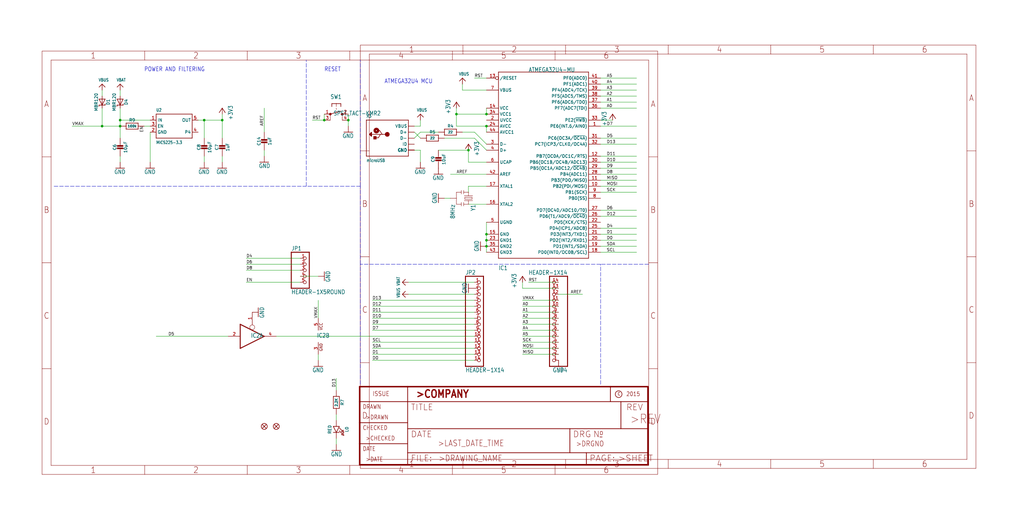
<source format=kicad_sch>
(kicad_sch (version 20211123) (generator eeschema)
  (paper "User" 433.07 220.421)
  (lib_symbols
    (symbol "eagleSchem-eagle-import:+3V3" (power)
      (property "Value" "+3V3" (at -2.54 -5.08 90))
      (symbol "+3V3_1_0"
        (pin power_in line (at 0 -2.54 90) (length 2.54) (name "+3V3") (number "1"))
      )
    )
    (symbol "eagleSchem-eagle-import:741G125DBV"
      (property "Reference" "IC" (at -0.635 -0.635 0))
      (symbol "741G125DBV_1_0"
        (pin input line (at 0 10.16 270) (length 5.08) (name "OE") (number "1"))
        (pin input line (at -10.16 0 0) (length 5.08) (name "I") (number "2"))
        (pin tri_state line (at 10.16 0 180) (length 5.08) (name "O") (number "4"))
      )
      (symbol "741G125DBV_2_0"
        (text "GND" (at 1.905 -6.35 900) (effects (font (size 1.27 1.0795)) (justify left bottom)))
        (text "VCC" (at 1.905 2.54 900) (effects (font (size 1.27 1.0795)) (justify left bottom)))
        (pin power_in line (at 0 -7.62 90) (length 5.08) (name "GND") (number "3"))
        (pin power_in line (at 0 7.62 270) (length 5.08) (name "VCC") (number "5"))
      )
    )
    (symbol "eagleSchem-eagle-import:ATMEGA32U4-MU"
      (property "Reference" "IC" (at -17.78 -38.1 0))
      (property "Value" "ATMEGA32U4-MU" (at -5.08 45.72 0))
      (symbol "ATMEGA32U4-MU_1_0"
        (pin bidirectional line (at 25.4 22.86 180) (length 5.08) (name "PE6(INT.6/AIN0)") (number "1"))
        (pin bidirectional line (at 25.4 -2.54 180) (length 5.08) (name "PB2(PDI/MOSI)") (number "10"))
        (pin bidirectional line (at 25.4 0 180) (length 5.08) (name "PB3(PDO/MISO)") (number "11"))
        (pin bidirectional line (at 25.4 10.16 180) (length 5.08) (name "PB7(OC0A/OC1C/RTS)") (number "12"))
        (pin bidirectional inverted (at -22.86 43.18 0) (length 5.08) (name "/RESET") (number "13"))
        (pin bidirectional line (at -22.86 30.48 0) (length 5.08) (name "VCC") (number "14"))
        (pin bidirectional line (at -22.86 -22.86 0) (length 5.08) (name "GND") (number "15"))
        (pin bidirectional line (at -22.86 -10.16 0) (length 5.08) (name "XTAL2") (number "16"))
        (pin bidirectional line (at -22.86 -2.54 0) (length 5.08) (name "XTAL1") (number "17"))
        (pin bidirectional line (at 25.4 -30.48 180) (length 5.08) (name "PD0(INT0/OC0B/SCL)") (number "18"))
        (pin bidirectional line (at 25.4 -27.94 180) (length 5.08) (name "PD1(INT1/SDA)") (number "19"))
        (pin bidirectional line (at -22.86 25.4 0) (length 5.08) (name "UVCC") (number "2"))
        (pin bidirectional line (at 25.4 -25.4 180) (length 5.08) (name "PD2(INT2/RXD1)") (number "20"))
        (pin bidirectional line (at 25.4 -22.86 180) (length 5.08) (name "PD3(INT3/TXD1)") (number "21"))
        (pin bidirectional line (at 25.4 -17.78 180) (length 5.08) (name "PD5(XCK/CTS)") (number "22"))
        (pin bidirectional line (at -22.86 -25.4 0) (length 5.08) (name "GND1") (number "23"))
        (pin bidirectional line (at -22.86 22.86 0) (length 5.08) (name "AVCC") (number "24"))
        (pin bidirectional line (at 25.4 -20.32 180) (length 5.08) (name "PD4(ICP1/ADC8)") (number "25"))
        (pin bidirectional line (at 25.4 -15.24 180) (length 5.08) (name "PD6(T1/ADC9/~{OC4D})") (number "26"))
        (pin bidirectional line (at 25.4 -12.7 180) (length 5.08) (name "PD7(OC4D/ADC10/T0)") (number "27"))
        (pin bidirectional line (at 25.4 2.54 180) (length 5.08) (name "PB4(ADC11)") (number "28"))
        (pin bidirectional line (at 25.4 5.08 180) (length 5.08) (name "PB5(OC1A/ADC12/~{OC4B})") (number "29"))
        (pin bidirectional line (at -22.86 15.24 0) (length 5.08) (name "D-") (number "3"))
        (pin bidirectional line (at 25.4 7.62 180) (length 5.08) (name "PB6(OC1B/OC4B/ADC13)") (number "30"))
        (pin bidirectional line (at 25.4 17.78 180) (length 5.08) (name "PC6(OC3A/~{OC4A})") (number "31"))
        (pin bidirectional line (at 25.4 15.24 180) (length 5.08) (name "PC7(ICP3/CLK0/OC4A)") (number "32"))
        (pin bidirectional line (at 25.4 25.4 180) (length 5.08) (name "PE2(~{HWB})") (number "33"))
        (pin bidirectional line (at -22.86 27.94 0) (length 5.08) (name "VCC1") (number "34"))
        (pin bidirectional line (at -22.86 -27.94 0) (length 5.08) (name "GND2") (number "35"))
        (pin bidirectional line (at 25.4 30.48 180) (length 5.08) (name "PF7(ADC7(TDI)") (number "36"))
        (pin bidirectional line (at 25.4 33.02 180) (length 5.08) (name "PF6(ADC6/TDO)") (number "37"))
        (pin bidirectional line (at 25.4 35.56 180) (length 5.08) (name "PF5(ADC5/TMS)") (number "38"))
        (pin bidirectional line (at 25.4 38.1 180) (length 5.08) (name "PF4(ADC4/TCK)") (number "39"))
        (pin bidirectional line (at -22.86 12.7 0) (length 5.08) (name "D+") (number "4"))
        (pin bidirectional line (at 25.4 40.64 180) (length 5.08) (name "PF1(ADC1)") (number "40"))
        (pin bidirectional line (at 25.4 43.18 180) (length 5.08) (name "PF0(ADC0)") (number "41"))
        (pin bidirectional line (at -22.86 2.54 0) (length 5.08) (name "AREF") (number "42"))
        (pin bidirectional line (at -22.86 -30.48 0) (length 5.08) (name "GND3") (number "43"))
        (pin bidirectional line (at -22.86 20.32 0) (length 5.08) (name "AVCC1") (number "44"))
        (pin bidirectional line (at -22.86 -17.78 0) (length 5.08) (name "UGND") (number "5"))
        (pin bidirectional line (at -22.86 7.62 0) (length 5.08) (name "UCAP") (number "6"))
        (pin bidirectional line (at -22.86 38.1 0) (length 5.08) (name "VBUS") (number "7"))
        (pin bidirectional line (at 25.4 -7.62 180) (length 5.08) (name "PB0(SS)") (number "8"))
        (pin bidirectional line (at 25.4 -5.08 180) (length 5.08) (name "PB1(SCK)") (number "9"))
      )
    )
    (symbol "eagleSchem-eagle-import:CAP_CERAMIC0603_NO"
      (property "Reference" "C" (at -2.29 1.25 90))
      (property "Value" "CAP_CERAMIC0603_NO" (at 2.3 1.25 90))
      (symbol "CAP_CERAMIC0603_NO_1_0"
        (pin passive line (at 0 5.08 270) (length 2.54) (name "1") (number "1"))
        (pin passive line (at 0 -2.54 90) (length 2.54) (name "2") (number "2"))
      )
    )
    (symbol "eagleSchem-eagle-import:CAP_CERAMIC0805-NOOUTLINE"
      (property "Reference" "C" (at -2.29 1.25 90))
      (property "Value" "CAP_CERAMIC0805-NOOUTLINE" (at 2.3 1.25 90))
      (symbol "CAP_CERAMIC0805-NOOUTLINE_1_0"
        (pin passive line (at 0 5.08 270) (length 2.54) (name "1") (number "1"))
        (pin passive line (at 0 -2.54 90) (length 2.54) (name "2") (number "2"))
      )
    )
    (symbol "eagleSchem-eagle-import:DIODE-SCHOTTKYSOD-123"
      (property "Reference" "D" (at 0 2.54 0))
      (property "Value" "DIODE-SCHOTTKYSOD-123" (at 0 -2.5 0))
      (symbol "DIODE-SCHOTTKYSOD-123_1_0"
        (pin passive line (at -2.54 0 0) (length 2.54) (name "A") (number "A"))
        (pin passive line (at 2.54 0 180) (length 2.54) (name "C") (number "C"))
      )
    )
    (symbol "eagleSchem-eagle-import:FIDUCIAL{dblquote}{dblquote}")
    (symbol "eagleSchem-eagle-import:FRAME_A4"
      (symbol "FRAME_A4_0_0"
        (text "1" (at 21.6958 1.905 0) (effects (font (size 2.54 2.286))))
        (text "1" (at 21.6958 177.165 0) (effects (font (size 2.54 2.286))))
        (text "2" (at 65.0875 1.905 0) (effects (font (size 2.54 2.286))))
        (text "2" (at 65.0875 177.165 0) (effects (font (size 2.54 2.286))))
        (text "3" (at 108.4792 1.905 0) (effects (font (size 2.54 2.286))))
        (text "3" (at 108.4792 177.165 0) (effects (font (size 2.54 2.286))))
        (text "4" (at 151.8708 1.905 0) (effects (font (size 2.54 2.286))))
        (text "4" (at 151.8708 177.165 0) (effects (font (size 2.54 2.286))))
        (text "5" (at 195.2625 1.905 0) (effects (font (size 2.54 2.286))))
        (text "5" (at 195.2625 177.165 0) (effects (font (size 2.54 2.286))))
        (text "6" (at 238.6542 1.905 0) (effects (font (size 2.54 2.286))))
        (text "6" (at 238.6542 177.165 0) (effects (font (size 2.54 2.286))))
        (text "A" (at 1.905 156.6863 0) (effects (font (size 2.54 2.286))))
        (text "A" (at 258.445 156.6863 0) (effects (font (size 2.54 2.286))))
        (text "B" (at 1.905 111.9188 0) (effects (font (size 2.54 2.286))))
        (text "B" (at 258.445 111.9188 0) (effects (font (size 2.54 2.286))))
        (text "C" (at 1.905 67.1513 0) (effects (font (size 2.54 2.286))))
        (text "C" (at 258.445 67.1513 0) (effects (font (size 2.54 2.286))))
        (text "D" (at 1.905 22.3838 0) (effects (font (size 2.54 2.286))))
        (text "D" (at 258.445 22.3838 0) (effects (font (size 2.54 2.286))))
      )
      (symbol "FRAME_A4_2_0"
        (text "2015" (at 112.4077 30.4673 0) (effects (font (size 1.778 1.5113)) (justify left bottom)))
        (text ">CHECKED" (at 2.2352 11.7348 0) (effects (font (size 1.778 1.5113)) (justify left bottom)))
        (text ">COMPANY" (at 23.349 29.6735 0) (effects (font (size 3.175 2.6987) (thickness 0.5397) bold) (justify left bottom)))
        (text ">DATE" (at 2.2352 2.8448 0) (effects (font (size 1.778 1.5113)) (justify left bottom)))
        (text ">DRAWING_NAME" (at 33.0327 2.8448 0) (effects (font (size 2.54 2.159)) (justify left bottom)))
        (text ">DRAWN" (at 2.2352 20.6248 0) (effects (font (size 1.778 1.5113)) (justify left bottom)))
        (text ">DRGNO" (at 91.1352 9.1948 0) (effects (font (size 2.1844 1.8567)) (justify left bottom)))
        (text ">LAST_DATE_TIME" (at 32.7152 9.1948 0) (effects (font (size 2.54 2.159)) (justify left bottom)))
        (text ">REV" (at 113.9952 18.7198 0) (effects (font (size 3.81 3.2385)) (justify left bottom)))
        (text ">SHEET" (at 108.9152 2.8448 0) (effects (font (size 2.54 2.54)) (justify left bottom)))
        (text "C" (at 108.7564 30.7848 0) (effects (font (size 1.27 1.0795)) (justify left bottom)))
        (text "CHECKED" (at 0.9652 16.1798 0) (effects (font (size 1.778 1.5113)) (justify left bottom)))
        (text "DATE" (at 0.9652 7.2898 0) (effects (font (size 1.778 1.5113)) (justify left bottom)))
        (text "DATE" (at 21.2852 13.0048 0) (effects (font (size 2.54 2.54)) (justify left bottom)))
        (text "DRAWN" (at 0.9652 25.0698 0) (effects (font (size 1.778 1.5113)) (justify left bottom)))
        (text "DRG" (at 89.8652 13.0048 0) (effects (font (size 2.54 2.54)) (justify left bottom)))
        (text "FILE:" (at 21.2852 2.8448 0) (effects (font (size 2.54 2.54)) (justify left bottom)))
        (text "ISSUE" (at 5.0927 30.4673 0) (effects (font (size 1.9304 1.6408)) (justify left bottom)))
        (text "N" (at 98.4377 13.0048 0) (effects (font (size 2.54 2.54)) (justify left bottom)))
        (text "o" (at 100.9777 13.9573 0) (effects (font (size 2.1844 1.8567)) (justify left bottom)))
        (text "PAGE:" (at 96.8502 2.8448 0) (effects (font (size 2.54 2.54)) (justify left bottom)))
        (text "REV" (at 112.4077 24.4348 0) (effects (font (size 2.54 2.54)) (justify left bottom)))
        (text "TITLE" (at 21.2852 24.4348 0) (effects (font (size 2.54 2.54)) (justify left bottom)))
      )
    )
    (symbol "eagleSchem-eagle-import:GND" (power)
      (property "Value" "GND" (at -2.54 -2.54 0))
      (symbol "GND_1_0"
        (pin power_in line (at 0 2.54 270) (length 2.54) (name "GND") (number "1"))
      )
    )
    (symbol "eagleSchem-eagle-import:HEADER-1X14"
      (property "Reference" "JP" (at -6.35 20.955 0))
      (property "Value" "HEADER-1X14" (at -6.35 -20.32 0))
      (symbol "HEADER-1X14_1_0"
        (pin passive inverted (at -2.54 17.78 0) (length 2.54) (name "1") (number "1"))
        (pin passive inverted (at -2.54 -5.08 0) (length 2.54) (name "10") (number "10"))
        (pin passive inverted (at -2.54 -7.62 0) (length 2.54) (name "11") (number "11"))
        (pin passive inverted (at -2.54 -10.16 0) (length 2.54) (name "12") (number "12"))
        (pin passive inverted (at -2.54 -12.7 0) (length 2.54) (name "13") (number "13"))
        (pin passive inverted (at -2.54 -15.24 0) (length 2.54) (name "14") (number "14"))
        (pin passive inverted (at -2.54 15.24 0) (length 2.54) (name "2") (number "2"))
        (pin passive inverted (at -2.54 12.7 0) (length 2.54) (name "3") (number "3"))
        (pin passive inverted (at -2.54 10.16 0) (length 2.54) (name "4") (number "4"))
        (pin passive inverted (at -2.54 7.62 0) (length 2.54) (name "5") (number "5"))
        (pin passive inverted (at -2.54 5.08 0) (length 2.54) (name "6") (number "6"))
        (pin passive inverted (at -2.54 2.54 0) (length 2.54) (name "7") (number "7"))
        (pin passive inverted (at -2.54 0 0) (length 2.54) (name "8") (number "8"))
        (pin passive inverted (at -2.54 -2.54 0) (length 2.54) (name "9") (number "9"))
      )
    )
    (symbol "eagleSchem-eagle-import:HEADER-1X5ROUND"
      (property "Reference" "JP" (at -6.35 8.255 0))
      (property "Value" "HEADER-1X5ROUND" (at -6.35 -10.16 0))
      (symbol "HEADER-1X5ROUND_1_0"
        (pin passive inverted (at -2.54 5.08 0) (length 2.54) (name "1") (number "1"))
        (pin passive inverted (at -2.54 2.54 0) (length 2.54) (name "2") (number "2"))
        (pin passive inverted (at -2.54 0 0) (length 2.54) (name "3") (number "3"))
        (pin passive inverted (at -2.54 -2.54 0) (length 2.54) (name "4") (number "4"))
        (pin passive inverted (at -2.54 -5.08 0) (length 2.54) (name "5") (number "5"))
      )
    )
    (symbol "eagleSchem-eagle-import:LED0805_NOOUTLINE"
      (property "Reference" "D" (at -1.27 4.445 0))
      (property "Value" "LED0805_NOOUTLINE" (at -1.27 -2.794 0))
      (symbol "LED0805_NOOUTLINE_1_0"
        (pin passive line (at -5.08 0 0) (length 2.54) (name "A") (number "A"))
        (pin passive line (at 2.54 0 180) (length 2.54) (name "C") (number "C"))
      )
    )
    (symbol "eagleSchem-eagle-import:RESISTOR_0603_NOOUT"
      (property "Reference" "R" (at 0 2.54 0))
      (property "Value" "RESISTOR_0603_NOOUT" (at 0 0 0))
      (symbol "RESISTOR_0603_NOOUT_1_0"
        (pin passive line (at -5.08 0 0) (length 2.54) (name "1") (number "1"))
        (pin passive line (at 5.08 0 180) (length 2.54) (name "2") (number "2"))
      )
    )
    (symbol "eagleSchem-eagle-import:RESONATORSMD"
      (property "Reference" "Y" (at 2.54 1.016 0))
      (property "Value" "RESONATORSMD" (at 2.54 -7.62 0))
      (symbol "RESONATORSMD_1_0"
        (pin passive line (at -2.54 0 0) (length 0) (name "1") (number "1"))
        (pin passive line (at 0 -7.62 90) (length 0) (name "2") (number "2"))
        (pin passive line (at 2.54 0 180) (length 0) (name "3") (number "3"))
      )
    )
    (symbol "eagleSchem-eagle-import:SPST_TACT-KMR2"
      (property "Reference" "SW" (at -6.35 -2.54 90))
      (property "Value" "SPST_TACT-KMR2" (at -3.81 3.175 90))
      (symbol "SPST_TACT-KMR2_1_0"
        (pin passive line (at 0 -5.08 90) (length 2.54) (name "P") (number "1"))
        (pin passive line (at 0 5.08 270) (length 2.54) (name "S") (number "2"))
        (pin passive line (at 2.54 -5.08 90) (length 2.54) (name "P1") (number "3"))
        (pin passive line (at 2.54 5.08 270) (length 2.54) (name "S1") (number "4"))
      )
    )
    (symbol "eagleSchem-eagle-import:USB_MICRO_20329_V2"
      (property "Reference" "X" (at -10.16 8.636 0))
      (property "Value" "USB_MICRO_20329_V2" (at -10.16 -10.16 0))
      (symbol "USB_MICRO_20329_V2_1_0"
        (pin power_in line (at 10.16 -5.08 180) (length 2.54) (name "GND") (number "BASE@1"))
        (pin power_in line (at 10.16 -5.08 180) (length 2.54) (name "GND") (number "BASE@2"))
        (pin bidirectional line (at 10.16 2.54 180) (length 2.54) (name "D+") (number "D+"))
        (pin bidirectional line (at 10.16 0 180) (length 2.54) (name "D-") (number "D-"))
        (pin power_in line (at 10.16 -5.08 180) (length 2.54) (name "GND") (number "GND"))
        (pin bidirectional line (at 10.16 -2.54 180) (length 2.54) (name "ID") (number "ID"))
        (pin power_in line (at 10.16 -5.08 180) (length 2.54) (name "GND") (number "SPRT@1"))
        (pin power_in line (at 10.16 -5.08 180) (length 2.54) (name "GND") (number "SPRT@2"))
        (pin power_in line (at 10.16 -5.08 180) (length 2.54) (name "GND") (number "SPRT@3"))
        (pin power_in line (at 10.16 -5.08 180) (length 2.54) (name "GND") (number "SPRT@4"))
        (pin power_in line (at 10.16 5.08 180) (length 2.54) (name "VBUS") (number "VBUS"))
      )
    )
    (symbol "eagleSchem-eagle-import:VBAT" (power)
      (property "Value" "VBAT" (at -1.524 1.016 0))
      (symbol "VBAT_1_0"
        (pin power_in line (at 0 -2.54 90) (length 2.54) (name "VBAT") (number "1"))
      )
    )
    (symbol "eagleSchem-eagle-import:VBUS" (power)
      (property "Value" "VBUS" (at -1.524 1.016 0))
      (symbol "VBUS_1_0"
        (pin power_in line (at 0 -2.54 90) (length 2.54) (name "VBUS") (number "1"))
      )
    )
    (symbol "eagleSchem-eagle-import:VREG_SOT23-5"
      (property "Reference" "U" (at -7.62 6.096 0))
      (property "Value" "VREG_SOT23-5" (at -7.62 -7.62 0))
      (symbol "VREG_SOT23-5_1_0"
        (pin power_in line (at -10.16 2.54 0) (length 2.54) (name "IN") (number "1"))
        (pin power_in line (at -10.16 -2.54 0) (length 2.54) (name "GND") (number "2"))
        (pin input line (at -10.16 0 0) (length 2.54) (name "EN") (number "3"))
        (pin bidirectional line (at 10.16 -2.54 180) (length 2.54) (name "P4") (number "4"))
        (pin power_in line (at 10.16 2.54 180) (length 2.54) (name "OUT") (number "5"))
      )
    )
  )
  (junction (at 205.74 53.34))
  (junction (at 205.74 104.14))
  (junction (at 198.12 63.5))
  (junction (at 205.74 101.6))
  (junction (at 137.16 50.8))
  (junction (at 193.04 48.26))
  (junction (at 86.36 50.8))
  (junction (at 93.98 50.8))
  (junction (at 205.74 99.06))
  (junction (at 43.18 53.34))
  (junction (at 50.8 50.8))
  (junction (at 205.74 48.26))
  (junction (at 147.32 50.8))
  (junction (at 50.8 53.34))
  (wire (pts (xy 127 109.22) (xy 104.14 109.22)))
  (polyline (pts (xy 129.54 78.74) (xy 129.54 25.4)))
  (wire (pts (xy 198.12 86.36) (xy 205.74 86.36)))
  (wire (pts (xy 134.62 127) (xy 134.62 134.62)))
  (wire (pts (xy 111.76 55.88) (xy 111.76 45.72)))
  (wire (pts (xy 96.52 142.24) (xy 66.04 142.24)))
  (wire (pts (xy 269.24 101.6) (xy 254 101.6)))
  (wire (pts (xy 198.12 63.5) (xy 185.42 63.5)))
  (wire (pts (xy 200.66 137.16) (xy 157.48 137.16)))
  (wire (pts (xy 254 60.96) (xy 269.24 60.96)))
  (wire (pts (xy 200.66 58.42) (xy 205.74 63.5)))
  (wire (pts (xy 142.24 175.26) (xy 142.24 177.8)))
  (wire (pts (xy 200.66 152.4) (xy 157.48 152.4)))
  (wire (pts (xy 236.22 119.38) (xy 223.52 119.38)))
  (wire (pts (xy 43.18 38.1) (xy 43.18 40.64)))
  (polyline (pts (xy 274.32 111.76) (xy 254 111.76)))
  (wire (pts (xy 157.48 149.86) (xy 200.66 149.86)))
  (wire (pts (xy 254 53.34) (xy 269.24 53.34)))
  (wire (pts (xy 236.22 139.7) (xy 220.98 139.7)))
  (wire (pts (xy 177.8 53.34) (xy 177.8 50.8)))
  (wire (pts (xy 116.84 142.24) (xy 200.66 142.24)))
  (wire (pts (xy 205.74 93.98) (xy 205.74 99.06)))
  (wire (pts (xy 93.98 66.04) (xy 93.98 68.58)))
  (wire (pts (xy 254 43.18) (xy 269.24 43.18)))
  (wire (pts (xy 157.48 147.32) (xy 200.66 147.32)))
  (wire (pts (xy 86.36 50.8) (xy 93.98 50.8)))
  (wire (pts (xy 157.48 134.62) (xy 200.66 134.62)))
  (wire (pts (xy 220.98 132.08) (xy 236.22 132.08)))
  (wire (pts (xy 175.26 58.42) (xy 177.8 55.88)))
  (wire (pts (xy 200.66 124.46) (xy 172.72 124.46)))
  (wire (pts (xy 187.96 83.82) (xy 190.5 83.82)))
  (wire (pts (xy 177.8 63.5) (xy 177.8 68.58)))
  (wire (pts (xy 254 66.04) (xy 269.24 66.04)))
  (wire (pts (xy 43.18 53.34) (xy 30.48 53.34)))
  (wire (pts (xy 254 96.52) (xy 269.24 96.52)))
  (wire (pts (xy 142.24 185.42) (xy 142.24 187.96)))
  (wire (pts (xy 195.58 55.88) (xy 200.66 55.88)))
  (wire (pts (xy 198.12 68.58) (xy 198.12 63.5)))
  (wire (pts (xy 134.62 116.84) (xy 127 116.84)))
  (wire (pts (xy 205.74 48.26) (xy 205.74 45.72)))
  (wire (pts (xy 236.22 147.32) (xy 220.98 147.32)))
  (wire (pts (xy 254 45.72) (xy 269.24 45.72)))
  (wire (pts (xy 236.22 144.78) (xy 220.98 144.78)))
  (wire (pts (xy 236.22 127) (xy 220.98 127)))
  (wire (pts (xy 205.74 104.14) (xy 205.74 106.68)))
  (wire (pts (xy 175.26 53.34) (xy 177.8 53.34)))
  (polyline (pts (xy 152.4 111.76) (xy 152.4 78.74)))
  (wire (pts (xy 254 104.14) (xy 269.24 104.14)))
  (wire (pts (xy 254 106.68) (xy 269.24 106.68)))
  (wire (pts (xy 205.74 101.6) (xy 205.74 104.14)))
  (wire (pts (xy 254 71.12) (xy 269.24 71.12)))
  (wire (pts (xy 193.04 48.26) (xy 193.04 45.72)))
  (wire (pts (xy 193.04 53.34) (xy 193.04 48.26)))
  (wire (pts (xy 157.48 129.54) (xy 200.66 129.54)))
  (wire (pts (xy 254 50.8) (xy 259.08 50.8)))
  (wire (pts (xy 200.66 55.88) (xy 205.74 60.96)))
  (wire (pts (xy 200.66 144.78) (xy 157.48 144.78)))
  (wire (pts (xy 142.24 165.1) (xy 142.24 160.02)))
  (wire (pts (xy 43.18 53.34) (xy 50.8 53.34)))
  (wire (pts (xy 205.74 55.88) (xy 205.74 53.34)))
  (wire (pts (xy 254 76.2) (xy 269.24 76.2)))
  (wire (pts (xy 127 119.38) (xy 104.14 119.38)))
  (wire (pts (xy 86.36 66.04) (xy 86.36 68.58)))
  (wire (pts (xy 137.16 50.8) (xy 137.16 48.26)))
  (wire (pts (xy 50.8 50.8) (xy 50.8 53.34)))
  (wire (pts (xy 220.98 137.16) (xy 236.22 137.16)))
  (wire (pts (xy 254 35.56) (xy 269.24 35.56)))
  (wire (pts (xy 205.74 53.34) (xy 193.04 53.34)))
  (wire (pts (xy 93.98 50.8) (xy 93.98 58.42)))
  (wire (pts (xy 127 114.3) (xy 104.14 114.3)))
  (wire (pts (xy 195.58 38.1) (xy 195.58 35.56)))
  (wire (pts (xy 220.98 149.86) (xy 236.22 149.86)))
  (wire (pts (xy 254 99.06) (xy 269.24 99.06)))
  (wire (pts (xy 254 38.1) (xy 269.24 38.1)))
  (polyline (pts (xy 254 111.76) (xy 152.4 111.76)))
  (wire (pts (xy 205.74 68.58) (xy 198.12 68.58)))
  (wire (pts (xy 236.22 129.54) (xy 220.98 129.54)))
  (wire (pts (xy 93.98 50.8) (xy 93.98 48.26)))
  (wire (pts (xy 205.74 99.06) (xy 205.74 101.6)))
  (wire (pts (xy 134.62 149.86) (xy 134.62 152.4)))
  (wire (pts (xy 236.22 124.46) (xy 246.38 124.46)))
  (wire (pts (xy 254 68.58) (xy 269.24 68.58)))
  (wire (pts (xy 254 88.9) (xy 269.24 88.9)))
  (wire (pts (xy 50.8 53.34) (xy 50.8 58.42)))
  (wire (pts (xy 254 33.02) (xy 269.24 33.02)))
  (wire (pts (xy 147.32 53.34) (xy 147.32 50.8)))
  (wire (pts (xy 132.08 50.8) (xy 137.16 50.8)))
  (wire (pts (xy 254 91.44) (xy 269.24 91.44)))
  (polyline (pts (xy 22.86 78.74) (xy 129.54 78.74)))
  (wire (pts (xy 175.26 55.88) (xy 177.8 58.42)))
  (wire (pts (xy 177.8 55.88) (xy 185.42 55.88)))
  (polyline (pts (xy 152.4 162.56) (xy 152.4 111.76)))
  (wire (pts (xy 205.74 38.1) (xy 195.58 38.1)))
  (wire (pts (xy 193.04 48.26) (xy 205.74 48.26)))
  (polyline (pts (xy 254 162.56) (xy 254 111.76)))
  (wire (pts (xy 200.66 127) (xy 157.48 127)))
  (wire (pts (xy 86.36 58.42) (xy 86.36 50.8)))
  (wire (pts (xy 220.98 119.38) (xy 220.98 121.92)))
  (wire (pts (xy 236.22 134.62) (xy 220.98 134.62)))
  (wire (pts (xy 111.76 63.5) (xy 111.76 66.04)))
  (wire (pts (xy 157.48 139.7) (xy 200.66 139.7)))
  (wire (pts (xy 190.5 73.66) (xy 205.74 73.66)))
  (wire (pts (xy 220.98 142.24) (xy 236.22 142.24)))
  (wire (pts (xy 147.32 48.26) (xy 147.32 50.8)))
  (wire (pts (xy 254 81.28) (xy 269.24 81.28)))
  (wire (pts (xy 254 78.74) (xy 269.24 78.74)))
  (wire (pts (xy 50.8 40.64) (xy 50.8 38.1)))
  (wire (pts (xy 254 58.42) (xy 269.24 58.42)))
  (wire (pts (xy 104.14 111.76) (xy 127 111.76)))
  (wire (pts (xy 220.98 121.92) (xy 236.22 121.92)))
  (wire (pts (xy 60.96 53.34) (xy 63.5 53.34)))
  (wire (pts (xy 198.12 78.74) (xy 198.12 81.28)))
  (wire (pts (xy 254 40.64) (xy 269.24 40.64)))
  (wire (pts (xy 83.82 50.8) (xy 86.36 50.8)))
  (wire (pts (xy 50.8 66.04) (xy 50.8 68.58)))
  (wire (pts (xy 63.5 55.88) (xy 63.5 68.58)))
  (wire (pts (xy 198.12 78.74) (xy 205.74 78.74)))
  (wire (pts (xy 200.66 132.08) (xy 157.48 132.08)))
  (wire (pts (xy 175.26 63.5) (xy 177.8 63.5)))
  (polyline (pts (xy 152.4 78.74) (xy 152.4 25.4)))
  (wire (pts (xy 187.96 58.42) (xy 200.66 58.42)))
  (wire (pts (xy 50.8 45.72) (xy 50.8 50.8)))
  (polyline (pts (xy 152.4 78.74) (xy 129.54 78.74)))
  (wire (pts (xy 63.5 50.8) (xy 50.8 50.8)))
  (wire (pts (xy 254 73.66) (xy 269.24 73.66)))
  (wire (pts (xy 172.72 119.38) (xy 200.66 119.38)))
  (wire (pts (xy 43.18 45.72) (xy 43.18 53.34)))
  (wire (pts (xy 205.74 33.02) (xy 200.66 33.02)))
  (text "POWER AND FILTERING" (at 60.96 30.48 180) (effects (font (size 1.778 1.5113)) (justify left bottom)))
  (text "ATMEGA32U4 MCU" (at 162.56 35.56 180) (effects (font (size 1.778 1.5113)) (justify left bottom)))
  (text "RESET" (at 137.16 30.48 180) (effects (font (size 1.778 1.5113)) (justify left bottom)))
  (label "D4" (at 256.54 96.52 0) (effects (font (size 1.2446 1.2446))))
  (label "A0" (at 220.98 129.54 0) (effects (font (size 1.2446 1.2446))))
  (label "SCL" (at 256.54 106.68 0) (effects (font (size 1.2446 1.2446))))
  (label "D5" (at 71.12 142.24 0) (effects (font (size 1.2446 1.2446))))
  (label "A0" (at 256.54 45.72 0) (effects (font (size 1.2446 1.2446))))
  (label "RST" (at 223.52 119.38 0) (effects (font (size 1.2446 1.2446))))
  (label "D13" (at 157.48 127 0) (effects (font (size 1.2446 1.2446))))
  (label "A2" (at 256.54 40.64 0) (effects (font (size 1.2446 1.2446))))
  (label "AREF" (at 111.76 53.34 90) (effects (font (size 1.2446 1.2446))))
  (label "SCL" (at 157.48 144.78 0) (effects (font (size 1.2446 1.2446))))
  (label "D12" (at 256.54 91.44 0) (effects (font (size 1.2446 1.2446))))
  (label "D9" (at 256.54 71.12 0) (effects (font (size 1.2446 1.2446))))
  (label "VMAX" (at 30.48 53.34 0) (effects (font (size 1.2446 1.2446))))
  (label "A3" (at 256.54 38.1 0) (effects (font (size 1.2446 1.2446))))
  (label "AREF" (at 193.04 73.66 0) (effects (font (size 1.2446 1.2446))))
  (label "D8" (at 104.14 114.3 0) (effects (font (size 1.2446 1.2446))))
  (label "A1" (at 220.98 132.08 0) (effects (font (size 1.2446 1.2446))))
  (label "D4" (at 104.14 109.22 0) (effects (font (size 1.2446 1.2446))))
  (label "D11" (at 256.54 66.04 0) (effects (font (size 1.2446 1.2446))))
  (label "D13" (at 142.24 160.02 270) (effects (font (size 1.2446 1.2446))))
  (label "SDA" (at 157.48 147.32 0) (effects (font (size 1.2446 1.2446))))
  (label "D8" (at 256.54 73.66 0) (effects (font (size 1.2446 1.2446))))
  (label "A5" (at 220.98 142.24 0) (effects (font (size 1.2446 1.2446))))
  (label "D13" (at 256.54 60.96 0) (effects (font (size 1.2446 1.2446))))
  (label "D7" (at 256.54 53.34 0) (effects (font (size 1.2446 1.2446))))
  (label "RST" (at 132.08 50.8 0) (effects (font (size 1.2446 1.2446))))
  (label "MISO" (at 256.54 76.2 0) (effects (font (size 1.2446 1.2446))))
  (label "A3" (at 220.98 137.16 0) (effects (font (size 1.2446 1.2446))))
  (label "SCK" (at 256.54 81.28 0) (effects (font (size 1.2446 1.2446))))
  (label "D7" (at 157.48 139.7 0) (effects (font (size 1.2446 1.2446))))
  (label "MOSI" (at 256.54 78.74 0) (effects (font (size 1.2446 1.2446))))
  (label "D6" (at 104.14 111.76 0) (effects (font (size 1.2446 1.2446))))
  (label "D11" (at 157.48 132.08 0) (effects (font (size 1.2446 1.2446))))
  (label "EN" (at 60.96 53.34 270) (effects (font (size 1.2446 1.2446))))
  (label "D10" (at 157.48 134.62 0) (effects (font (size 1.2446 1.2446))))
  (label "D0" (at 157.48 152.4 0) (effects (font (size 1.2446 1.2446))))
  (label "D12" (at 157.48 129.54 0) (effects (font (size 1.2446 1.2446))))
  (label "A2" (at 220.98 134.62 0) (effects (font (size 1.2446 1.2446))))
  (label "MOSI" (at 220.98 147.32 0) (effects (font (size 1.2446 1.2446))))
  (label "EN" (at 104.14 119.38 0) (effects (font (size 1.2446 1.2446))))
  (label "D6" (at 256.54 88.9 0) (effects (font (size 1.2446 1.2446))))
  (label "D5" (at 256.54 58.42 0) (effects (font (size 1.2446 1.2446))))
  (label "VMAX" (at 220.98 127 0) (effects (font (size 1.2446 1.2446))))
  (label "AREF" (at 241.3 124.46 0) (effects (font (size 1.2446 1.2446))))
  (label "D0" (at 256.54 101.6 0) (effects (font (size 1.2446 1.2446))))
  (label "SDA" (at 256.54 104.14 0) (effects (font (size 1.2446 1.2446))))
  (label "SCK" (at 220.98 144.78 0) (effects (font (size 1.2446 1.2446))))
  (label "A5" (at 256.54 33.02 0) (effects (font (size 1.2446 1.2446))))
  (label "D1" (at 157.48 149.86 0) (effects (font (size 1.2446 1.2446))))
  (label "D1" (at 256.54 99.06 0) (effects (font (size 1.2446 1.2446))))
  (label "A1" (at 256.54 43.18 0) (effects (font (size 1.2446 1.2446))))
  (label "RST" (at 200.66 33.02 0) (effects (font (size 1.2446 1.2446))))
  (label "MISO" (at 220.98 149.86 0) (effects (font (size 1.2446 1.2446))))
  (label "D9" (at 157.48 137.16 0) (effects (font (size 1.2446 1.2446))))
  (label "A4" (at 220.98 139.7 0) (effects (font (size 1.2446 1.2446))))
  (label "A4" (at 256.54 35.56 0) (effects (font (size 1.2446 1.2446))))
  (label "VMAX" (at 134.62 134.62 90) (effects (font (size 1.2446 1.2446))))
  (label "D10" (at 256.54 68.58 0) (effects (font (size 1.2446 1.2446))))
  (symbol (lib_id "eagleSchem-eagle-import:FIDUCIAL{dblquote}{dblquote}") (at 111.76 180.34 0) (unit 1)
    (property "Reference" "U$35" (effects hide))
    (property "Value" "FIDUCIAL{dblquote}{dblquote}" (effects hide))
    (property "Footprint" "eagleSchem:FIDUCIAL_1MM" (effects hide))
  )
  (symbol (lib_id "eagleSchem-eagle-import:VBUS") (at 43.18 35.56 0) (unit 1)
    (property "Reference" "#U$3" (effects hide))
    (property "Value" "VBUS" (at 41.656 34.544 0) (effects (font (size 1.27 1.0795)) (justify left bottom)))
    (property "Footprint" "eagleSchem:" (effects hide))
  )
  (symbol (lib_id "eagleSchem-eagle-import:RESISTOR_0603_NOOUT") (at 142.24 170.18 270) (unit 1)
    (property "Reference" "R7" (at 144.78 170.18 0))
    (property "Value" "2.2K" (at 142.24 170.18 0) (effects (font (size 1.016 1.016) bold)))
    (property "Footprint" "eagleSchem:0603-NO" (effects hide))
  )
  (symbol (lib_id "eagleSchem-eagle-import:ATMEGA32U4-MU") (at 228.6 76.2 0) (unit 1)
    (property "Reference" "IC1" (at 210.82 114.3 0) (effects (font (size 1.778 1.5113)) (justify left bottom)))
    (property "Value" "ATMEGA32U4-MU" (at 223.52 30.48 0) (effects (font (size 1.778 1.5113)) (justify left bottom)))
    (property "Footprint" "eagleSchem:TQFN44_7MM" (effects hide))
  )
  (symbol (lib_id "eagleSchem-eagle-import:GND") (at 203.2 104.14 270) (unit 1)
    (property "Reference" "#GND2" (effects hide))
    (property "Value" "GND" (at 200.66 101.6 0) (effects (font (size 1.778 1.5113)) (justify left bottom)))
    (property "Footprint" "eagleSchem:" (effects hide))
  )
  (symbol (lib_id "eagleSchem-eagle-import:GND") (at 137.16 116.84 90) (unit 1)
    (property "Reference" "#GND11" (effects hide))
    (property "Value" "GND" (at 139.7 119.38 0) (effects (font (size 1.778 1.5113)) (justify left bottom)))
    (property "Footprint" "eagleSchem:" (effects hide))
  )
  (symbol (lib_id "eagleSchem-eagle-import:CAP_CERAMIC0805-NOOUTLINE") (at 50.8 63.5 0) (unit 1)
    (property "Reference" "C6" (at 48.51 62.25 90))
    (property "Value" "10µF" (at 53.1 62.25 90))
    (property "Footprint" "eagleSchem:0805-NO" (effects hide))
  )
  (symbol (lib_id "eagleSchem-eagle-import:+3V3") (at 93.98 45.72 0) (mirror y) (unit 1)
    (property "Reference" "#+3V4" (effects hide))
    (property "Value" "+3V3" (at 96.52 50.8 90) (effects (font (size 1.778 1.5113)) (justify left bottom)))
    (property "Footprint" "eagleSchem:" (effects hide))
  )
  (symbol (lib_id "eagleSchem-eagle-import:CAP_CERAMIC0805-NOOUTLINE") (at 86.36 63.5 0) (unit 1)
    (property "Reference" "C8" (at 84.07 62.25 90))
    (property "Value" "10µF" (at 88.66 62.25 90))
    (property "Footprint" "eagleSchem:0805-NO" (effects hide))
  )
  (symbol (lib_id "eagleSchem-eagle-import:+3V3") (at 259.08 48.26 0) (unit 1)
    (property "Reference" "#+3V7" (effects hide))
    (property "Value" "+3V3" (at 256.54 53.34 90) (effects (font (size 1.778 1.5113)) (justify left bottom)))
    (property "Footprint" "eagleSchem:" (effects hide))
  )
  (symbol (lib_id "eagleSchem-eagle-import:DIODE-SCHOTTKYSOD-123") (at 50.8 43.18 270) (unit 1)
    (property "Reference" "D4" (at 53.34 43.18 0))
    (property "Value" "MBR120" (at 48.3 43.18 0))
    (property "Footprint" "eagleSchem:SOD-123" (effects hide))
  )
  (symbol (lib_id "eagleSchem-eagle-import:FRAME_A4") (at 152.4 198.12 0) (unit 2)
    (property "Reference" "#FRAME1" (effects hide))
    (property "Value" "FRAME_A4" (effects hide))
    (property "Footprint" "eagleSchem:" (effects hide))
  )
  (symbol (lib_id "eagleSchem-eagle-import:VREG_SOT23-5") (at 73.66 53.34 0) (unit 1)
    (property "Reference" "U2" (at 66.04 47.244 0) (effects (font (size 1.27 1.0795)) (justify left bottom)))
    (property "Value" "MIC5225-3.3" (at 66.04 60.96 0) (effects (font (size 1.27 1.0795)) (justify left bottom)))
    (property "Footprint" "eagleSchem:SOT23-5" (effects hide))
  )
  (symbol (lib_id "eagleSchem-eagle-import:VBAT") (at 50.8 35.56 0) (unit 1)
    (property "Reference" "#U$21" (effects hide))
    (property "Value" "VBAT" (at 49.276 34.544 0) (effects (font (size 1.27 1.0795)) (justify left bottom)))
    (property "Footprint" "eagleSchem:" (effects hide))
  )
  (symbol (lib_id "eagleSchem-eagle-import:GND") (at 111.76 68.58 0) (mirror y) (unit 1)
    (property "Reference" "#GND12" (effects hide))
    (property "Value" "GND" (at 114.3 71.12 0) (effects (font (size 1.778 1.5113)) (justify left bottom)))
    (property "Footprint" "eagleSchem:" (effects hide))
  )
  (symbol (lib_id "eagleSchem-eagle-import:HEADER-1X5ROUND") (at 129.54 114.3 0) (unit 1)
    (property "Reference" "JP1" (at 123.19 106.045 0) (effects (font (size 1.778 1.5113)) (justify left bottom)))
    (property "Value" "HEADER-1X5ROUND" (at 123.19 124.46 0) (effects (font (size 1.778 1.5113)) (justify left bottom)))
    (property "Footprint" "eagleSchem:1X05_ROUND" (effects hide))
  )
  (symbol (lib_id "eagleSchem-eagle-import:FRAME_A4") (at 17.78 200.66 0) (unit 1)
    (property "Reference" "#FRAME1" (effects hide))
    (property "Value" "FRAME_A4" (effects hide))
    (property "Footprint" "eagleSchem:" (effects hide))
  )
  (symbol (lib_id "eagleSchem-eagle-import:CAP_CERAMIC0603_NO") (at 111.76 60.96 0) (unit 1)
    (property "Reference" "C14" (at 109.47 59.71 90))
    (property "Value" "1uF" (at 114.06 59.71 90))
    (property "Footprint" "eagleSchem:0603-NO" (effects hide))
  )
  (symbol (lib_id "eagleSchem-eagle-import:+3V3") (at 193.04 43.18 0) (unit 1)
    (property "Reference" "#+3V5" (effects hide))
    (property "Value" "+3V3" (at 190.5 48.26 90) (effects (font (size 1.778 1.5113)) (justify left bottom)))
    (property "Footprint" "eagleSchem:" (effects hide))
  )
  (symbol (lib_id "eagleSchem-eagle-import:GND") (at 134.62 154.94 0) (unit 1)
    (property "Reference" "#GND9" (effects hide))
    (property "Value" "GND" (at 132.08 157.48 0) (effects (font (size 1.778 1.5113)) (justify left bottom)))
    (property "Footprint" "eagleSchem:" (effects hide))
  )
  (symbol (lib_id "eagleSchem-eagle-import:GND") (at 177.8 71.12 0) (unit 1)
    (property "Reference" "#GND1" (effects hide))
    (property "Value" "GND" (at 175.26 73.66 0) (effects (font (size 1.778 1.5113)) (justify left bottom)))
    (property "Footprint" "eagleSchem:" (effects hide))
  )
  (symbol (lib_id "eagleSchem-eagle-import:GND") (at 50.8 71.12 0) (unit 1)
    (property "Reference" "#U$27" (effects hide))
    (property "Value" "GND" (at 48.26 73.66 0) (effects (font (size 1.778 1.5113)) (justify left bottom)))
    (property "Footprint" "eagleSchem:" (effects hide))
  )
  (symbol (lib_id "eagleSchem-eagle-import:RESISTOR_0603_NOOUT") (at 182.88 58.42 0) (unit 1)
    (property "Reference" "R5" (at 182.88 55.88 0))
    (property "Value" "22" (at 182.88 58.42 0) (effects (font (size 1.016 1.016) bold)))
    (property "Footprint" "eagleSchem:0603-NO" (effects hide))
  )
  (symbol (lib_id "eagleSchem-eagle-import:741G125DBV") (at 134.62 142.24 0) (unit 2)
    (property "Reference" "IC2" (at 133.985 142.875 0) (effects (font (size 1.778 1.5113)) (justify left bottom)))
    (property "Value" "74HCT1G125DBV" (effects hide))
    (property "Footprint" "eagleSchem:SOT23-5" (effects hide))
  )
  (symbol (lib_id "eagleSchem-eagle-import:GND") (at 86.36 71.12 0) (unit 1)
    (property "Reference" "#U$29" (effects hide))
    (property "Value" "GND" (at 83.82 73.66 0) (effects (font (size 1.778 1.5113)) (justify left bottom)))
    (property "Footprint" "eagleSchem:" (effects hide))
  )
  (symbol (lib_id "eagleSchem-eagle-import:CAP_CERAMIC0805-NOOUTLINE") (at 185.42 68.58 0) (unit 1)
    (property "Reference" "C9" (at 183.13 67.33 90))
    (property "Value" "10uF" (at 187.72 67.33 90))
    (property "Footprint" "eagleSchem:0805-NO" (effects hide))
  )
  (symbol (lib_id "eagleSchem-eagle-import:USB_MICRO_20329_V2") (at 165.1 58.42 0) (unit 1)
    (property "Reference" "X3" (at 154.94 49.784 0) (effects (font (size 1.27 1.0795)) (justify left bottom)))
    (property "Value" "microUSB" (at 154.94 68.58 0) (effects (font (size 1.27 1.0795)) (justify left bottom)))
    (property "Footprint" "eagleSchem:4UCONN_20329_V2" (effects hide))
  )
  (symbol (lib_id "eagleSchem-eagle-import:VBUS") (at 177.8 48.26 0) (unit 1)
    (property "Reference" "#U$1" (effects hide))
    (property "Value" "VBUS" (at 176.276 47.244 0) (effects (font (size 1.27 1.0795)) (justify left bottom)))
    (property "Footprint" "eagleSchem:" (effects hide))
  )
  (symbol (lib_id "eagleSchem-eagle-import:HEADER-1X14") (at 233.68 134.62 180) (unit 1)
    (property "Reference" "JP4" (at 240.03 155.575 0) (effects (font (size 1.778 1.5113)) (justify left bottom)))
    (property "Value" "HEADER-1X14" (at 240.03 114.3 0) (effects (font (size 1.778 1.5113)) (justify left bottom)))
    (property "Footprint" "eagleSchem:1X14_ROUND70" (effects hide))
  )
  (symbol (lib_id "eagleSchem-eagle-import:+3V3") (at 220.98 116.84 0) (unit 1)
    (property "Reference" "#+3V1" (effects hide))
    (property "Value" "+3V3" (at 218.44 121.92 90) (effects (font (size 1.778 1.5113)) (justify left bottom)))
    (property "Footprint" "eagleSchem:" (effects hide))
  )
  (symbol (lib_id "eagleSchem-eagle-import:RESONATORSMD") (at 198.12 83.82 270) (unit 1)
    (property "Reference" "Y1" (at 199.136 86.36 0) (effects (font (size 1.778 1.5113)) (justify left bottom)))
    (property "Value" "8MHz" (at 190.5 86.36 0) (effects (font (size 1.778 1.5113)) (justify left bottom)))
    (property "Footprint" "eagleSchem:RESONATOR-SMD" (effects hide))
  )
  (symbol (lib_id "eagleSchem-eagle-import:GND") (at 198.12 121.92 270) (unit 1)
    (property "Reference" "#GND5" (effects hide))
    (property "Value" "GND" (at 195.58 119.38 0) (effects (font (size 1.778 1.5113)) (justify left bottom)))
    (property "Footprint" "eagleSchem:" (effects hide))
  )
  (symbol (lib_id "eagleSchem-eagle-import:GND") (at 185.42 83.82 270) (unit 1)
    (property "Reference" "#GND6" (effects hide))
    (property "Value" "GND" (at 182.88 81.28 0) (effects (font (size 1.778 1.5113)) (justify left bottom)))
    (property "Footprint" "eagleSchem:" (effects hide))
  )
  (symbol (lib_id "eagleSchem-eagle-import:SPST_TACT-KMR2") (at 142.24 48.26 270) (unit 1)
    (property "Reference" "SW1" (at 139.7 41.91 90) (effects (font (size 1.778 1.5113)) (justify left bottom)))
    (property "Value" "SPST_TACT-KMR2" (at 140.97 48.895 90) (effects (font (size 1.778 1.5113)) (justify left bottom)))
    (property "Footprint" "eagleSchem:KMR2" (effects hide))
  )
  (symbol (lib_id "eagleSchem-eagle-import:GND") (at 147.32 55.88 0) (unit 1)
    (property "Reference" "#GND7" (effects hide))
    (property "Value" "GND" (at 144.78 58.42 0) (effects (font (size 1.778 1.5113)) (justify left bottom)))
    (property "Footprint" "eagleSchem:" (effects hide))
  )
  (symbol (lib_id "eagleSchem-eagle-import:VBUS") (at 170.18 124.46 90) (unit 1)
    (property "Reference" "#U$19" (effects hide))
    (property "Value" "VBUS" (at 169.164 125.984 0) (effects (font (size 1.27 1.0795)) (justify left bottom)))
    (property "Footprint" "eagleSchem:" (effects hide))
  )
  (symbol (lib_id "eagleSchem-eagle-import:HEADER-1X14") (at 203.2 137.16 0) (unit 1)
    (property "Reference" "JP2" (at 196.85 116.205 0) (effects (font (size 1.778 1.5113)) (justify left bottom)))
    (property "Value" "HEADER-1X14" (at 196.85 157.48 0) (effects (font (size 1.778 1.5113)) (justify left bottom)))
    (property "Footprint" "eagleSchem:1X14_ROUND70" (effects hide))
  )
  (symbol (lib_id "eagleSchem-eagle-import:RESISTOR_0603_NOOUT") (at 55.88 53.34 0) (unit 1)
    (property "Reference" "R9" (at 55.88 50.8 0))
    (property "Value" "100k" (at 55.88 53.34 0) (effects (font (size 1.016 1.016) bold)))
    (property "Footprint" "eagleSchem:0603-NO" (effects hide))
  )
  (symbol (lib_id "eagleSchem-eagle-import:GND") (at 109.22 132.08 90) (unit 1)
    (property "Reference" "#GND8" (effects hide))
    (property "Value" "GND" (at 111.76 134.62 0) (effects (font (size 1.778 1.5113)) (justify left bottom)))
    (property "Footprint" "eagleSchem:" (effects hide))
  )
  (symbol (lib_id "eagleSchem-eagle-import:DIODE-SCHOTTKYSOD-123") (at 43.18 43.18 270) (unit 1)
    (property "Reference" "D1" (at 45.72 43.18 0))
    (property "Value" "MBR120" (at 40.68 43.18 0))
    (property "Footprint" "eagleSchem:SOD-123" (effects hide))
  )
  (symbol (lib_id "eagleSchem-eagle-import:741G125DBV") (at 106.68 142.24 0) (unit 1)
    (property "Reference" "IC2" (at 106.045 142.875 0) (effects (font (size 1.778 1.5113)) (justify left bottom)))
    (property "Value" "74HCT1G125DBV" (effects hide))
    (property "Footprint" "eagleSchem:SOT23-5" (effects hide))
  )
  (symbol (lib_id "eagleSchem-eagle-import:GND") (at 185.42 73.66 0) (unit 1)
    (property "Reference" "#GND3" (effects hide))
    (property "Value" "GND" (at 182.88 76.2 0) (effects (font (size 1.778 1.5113)) (justify left bottom)))
    (property "Footprint" "eagleSchem:" (effects hide))
  )
  (symbol (lib_id "eagleSchem-eagle-import:CAP_CERAMIC0603_NO") (at 93.98 63.5 0) (unit 1)
    (property "Reference" "C7" (at 91.69 62.25 90))
    (property "Value" "1uF" (at 96.28 62.25 90))
    (property "Footprint" "eagleSchem:0603-NO" (effects hide))
  )
  (symbol (lib_id "eagleSchem-eagle-import:+3V3") (at 198.12 60.96 0) (mirror y) (unit 1)
    (property "Reference" "#+3V6" (effects hide))
    (property "Value" "+3V3" (at 200.66 66.04 90) (effects (font (size 1.778 1.5113)) (justify left bottom)))
    (property "Footprint" "eagleSchem:" (effects hide))
  )
  (symbol (lib_id "eagleSchem-eagle-import:GND") (at 142.24 190.5 0) (mirror y) (unit 1)
    (property "Reference" "#GND10" (effects hide))
    (property "Value" "GND" (at 144.78 193.04 0) (effects (font (size 1.778 1.5113)) (justify left bottom)))
    (property "Footprint" "eagleSchem:" (effects hide))
  )
  (symbol (lib_id "eagleSchem-eagle-import:LED0805_NOOUTLINE") (at 142.24 182.88 270) (unit 1)
    (property "Reference" "L0" (at 146.685 181.61 0))
    (property "Value" "RED" (at 139.446 181.61 0))
    (property "Footprint" "eagleSchem:CHIPLED_0805_NOOUTLINE" (effects hide))
  )
  (symbol (lib_id "eagleSchem-eagle-import:GND") (at 93.98 71.12 0) (unit 1)
    (property "Reference" "#U$28" (effects hide))
    (property "Value" "GND" (at 91.44 73.66 0) (effects (font (size 1.778 1.5113)) (justify left bottom)))
    (property "Footprint" "eagleSchem:" (effects hide))
  )
  (symbol (lib_id "eagleSchem-eagle-import:VBUS") (at 195.58 33.02 0) (unit 1)
    (property "Reference" "#U$8" (effects hide))
    (property "Value" "VBUS" (at 194.056 32.004 0) (effects (font (size 1.27 1.0795)) (justify left bottom)))
    (property "Footprint" "eagleSchem:" (effects hide))
  )
  (symbol (lib_id "eagleSchem-eagle-import:VBAT") (at 170.18 119.38 90) (unit 1)
    (property "Reference" "#U$20" (effects hide))
    (property "Value" "VBAT" (at 169.164 120.904 0) (effects (font (size 1.27 1.0795)) (justify left bottom)))
    (property "Footprint" "eagleSchem:" (effects hide))
  )
  (symbol (lib_id "eagleSchem-eagle-import:GND") (at 236.22 154.94 0) (unit 1)
    (property "Reference" "#GND13" (effects hide))
    (property "Value" "GND" (at 233.68 157.48 0) (effects (font (size 1.778 1.5113)) (justify left bottom)))
    (property "Footprint" "eagleSchem:" (effects hide))
  )
  (symbol (lib_id "eagleSchem-eagle-import:RESISTOR_0603_NOOUT") (at 190.5 55.88 0) (unit 1)
    (property "Reference" "R4" (at 190.5 53.34 0))
    (property "Value" "22" (at 190.5 55.88 0) (effects (font (size 1.016 1.016) bold)))
    (property "Footprint" "eagleSchem:0603-NO" (effects hide))
  )
  (symbol (lib_id "eagleSchem-eagle-import:FIDUCIAL{dblquote}{dblquote}") (at 116.84 180.34 0) (unit 1)
    (property "Reference" "U$34" (effects hide))
    (property "Value" "FIDUCIAL{dblquote}{dblquote}" (effects hide))
    (property "Footprint" "eagleSchem:FIDUCIAL_1MM" (effects hide))
  )
  (symbol (lib_id "eagleSchem-eagle-import:GND") (at 63.5 71.12 0) (unit 1)
    (property "Reference" "#U$30" (effects hide))
    (property "Value" "GND" (at 60.96 73.66 0) (effects (font (size 1.778 1.5113)) (justify left bottom)))
    (property "Footprint" "eagleSchem:" (effects hide))
  )
)
</source>
